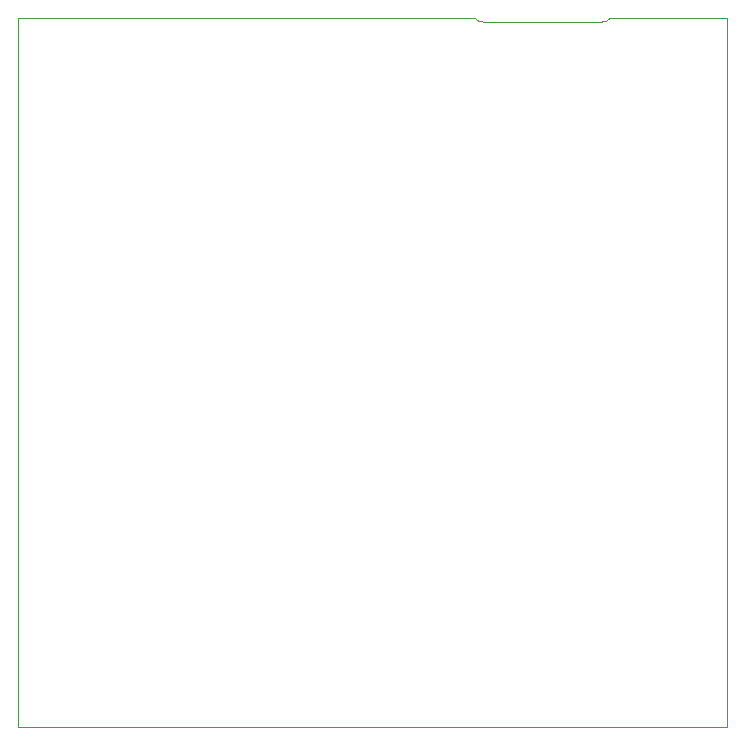
<source format=gm1>
G04 Layer_Color=16711935*
%FSLAX43Y43*%
%MOMM*%
G71*
G01*
G75*
%ADD85C,0.100*%
D85*
X-10600Y-350D02*
G03*
X-9825Y-1I0J1036D01*
G01*
X-21375D02*
G03*
X-20600Y-350I776J686D01*
G01*
X-19350D02*
X-11850D01*
X-60000Y-60000D02*
X0D01*
Y0D01*
X-60000Y-60000D02*
Y0D01*
X-9825D02*
X0D01*
X-20600Y-350D02*
X-10600D01*
X-60000Y0D02*
X-21375D01*
X-19100Y-353D02*
X-12082D01*
M02*

</source>
